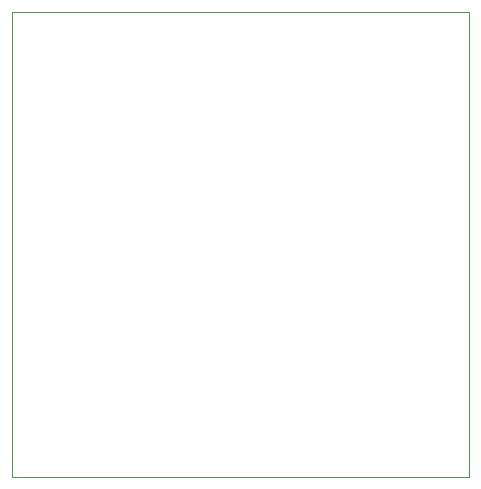
<source format=gm1>
%TF.GenerationSoftware,KiCad,Pcbnew,(6.0.2)*%
%TF.CreationDate,2022-04-01T15:41:46-05:00*%
%TF.ProjectId,delayEffect,64656c61-7945-4666-9665-63742e6b6963,rev?*%
%TF.SameCoordinates,Original*%
%TF.FileFunction,Profile,NP*%
%FSLAX46Y46*%
G04 Gerber Fmt 4.6, Leading zero omitted, Abs format (unit mm)*
G04 Created by KiCad (PCBNEW (6.0.2)) date 2022-04-01 15:41:46*
%MOMM*%
%LPD*%
G01*
G04 APERTURE LIST*
%TA.AperFunction,Profile*%
%ADD10C,0.050000*%
%TD*%
G04 APERTURE END LIST*
D10*
X109855000Y-100965000D02*
X109855000Y-98425000D01*
X148590000Y-100965000D02*
X109855000Y-100965000D01*
X148590000Y-98425000D02*
X148590000Y-100965000D01*
X109855000Y-61595000D02*
X110490000Y-61595000D01*
X109855000Y-98425000D02*
X109855000Y-61595000D01*
X148590000Y-61595000D02*
X148590000Y-98425000D01*
X110490000Y-61595000D02*
X148590000Y-61595000D01*
M02*

</source>
